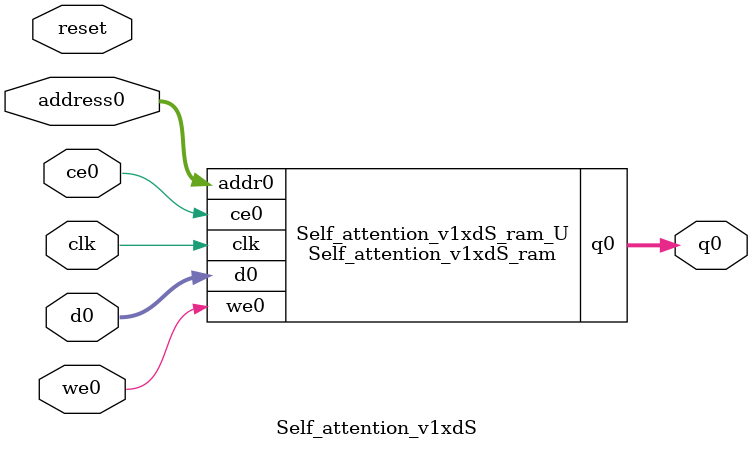
<source format=v>
`timescale 1 ns / 1 ps
module Self_attention_v1xdS_ram (addr0, ce0, d0, we0, q0,  clk);

parameter DWIDTH = 32;
parameter AWIDTH = 4;
parameter MEM_SIZE = 9;

input[AWIDTH-1:0] addr0;
input ce0;
input[DWIDTH-1:0] d0;
input we0;
output reg[DWIDTH-1:0] q0;
input clk;

(* ram_style = "distributed" *)reg [DWIDTH-1:0] ram[0:MEM_SIZE-1];




always @(posedge clk)  
begin 
    if (ce0) begin
        if (we0) 
            ram[addr0] <= d0; 
        q0 <= ram[addr0];
    end
end


endmodule

`timescale 1 ns / 1 ps
module Self_attention_v1xdS(
    reset,
    clk,
    address0,
    ce0,
    we0,
    d0,
    q0);

parameter DataWidth = 32'd32;
parameter AddressRange = 32'd9;
parameter AddressWidth = 32'd4;
input reset;
input clk;
input[AddressWidth - 1:0] address0;
input ce0;
input we0;
input[DataWidth - 1:0] d0;
output[DataWidth - 1:0] q0;



Self_attention_v1xdS_ram Self_attention_v1xdS_ram_U(
    .clk( clk ),
    .addr0( address0 ),
    .ce0( ce0 ),
    .we0( we0 ),
    .d0( d0 ),
    .q0( q0 ));

endmodule


</source>
